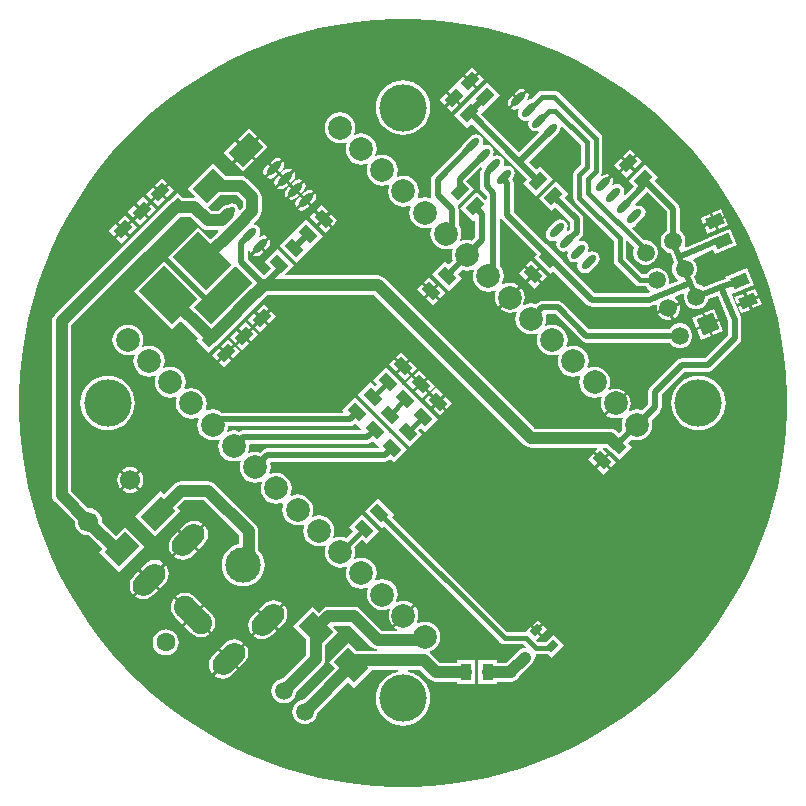
<source format=gtl>
%FSTAX23Y23*%
%MOIN*%
%SFA1B1*%

%IPPOS*%
%AMD16*
4,1,4,0.020900,0.004200,0.004200,0.020900,-0.020900,-0.004200,-0.004200,-0.020900,0.020900,0.004200,0.0*
%
%AMD17*
4,1,4,-0.032700,0.006200,0.006200,-0.032700,0.032700,-0.006200,-0.006200,0.032700,-0.032700,0.006200,0.0*
%
%AMD18*
4,1,4,0.058400,0.009800,0.009800,0.058400,-0.058400,-0.009800,-0.009800,-0.058400,0.058400,0.009800,0.0*
%
%AMD19*
4,1,4,0.009800,-0.058400,0.058400,-0.009800,-0.009800,0.058400,-0.058400,0.009800,0.009800,-0.058400,0.0*
%
%AMD21*
4,1,4,-0.018300,-0.027800,0.032600,-0.006800,0.018300,0.027800,-0.032600,0.006800,-0.018300,-0.027800,0.0*
%
%AMD22*
4,1,4,0.006200,0.032700,-0.032700,-0.006200,-0.006200,-0.032700,0.032700,0.006200,0.006200,0.032700,0.0*
%
%AMD23*
4,1,4,0.020900,0.004200,0.004200,0.020900,-0.020900,-0.004200,-0.004200,-0.020900,0.020900,0.004200,0.0*
1,1,0.023620,0.012500,0.012500*
1,1,0.023620,-0.012500,-0.012500*
%
%AMD24*
4,1,4,-0.097400,0.013900,0.013900,-0.097400,0.097400,-0.013900,-0.013900,0.097400,-0.097400,0.013900,0.0*
%
%AMD48*
4,1,4,0.052900,0.000000,0.000000,0.052900,-0.052900,0.000000,0.000000,-0.052900,0.052900,0.000000,0.0*
1,1,0.074800,-0.026400,0.026400*
1,1,0.074800,0.026400,-0.026400*
%
%AMD49*
4,1,4,0.005600,-0.044500,0.044500,-0.005600,-0.005600,0.044500,-0.044500,0.005600,0.005600,-0.044500,0.0*
1,1,0.070870,0.019400,0.019400*
1,1,0.070870,-0.019400,-0.019400*
%
%AMD53*
4,1,4,-0.016000,-0.038500,0.038500,-0.016000,0.016000,0.038500,-0.038500,0.016000,-0.016000,-0.038500,0.0*
%
G04~CAMADD=16~9~0.0~0.0~236.2~354.3~0.0~0.0~0~0.0~0.0~0.0~0.0~0~0.0~0.0~0.0~0.0~0~0.0~0.0~0.0~315.0~418.0~417.0*
%ADD16D16*%
G04~CAMADD=17~9~0.0~0.0~551.2~374.0~0.0~0.0~0~0.0~0.0~0.0~0.0~0~0.0~0.0~0.0~0.0~0~0.0~0.0~0.0~135.0~654.0~653.0*
%ADD17D17*%
G04~CAMADD=18~9~0.0~0.0~689.0~964.6~0.0~0.0~0~0.0~0.0~0.0~0.0~0~0.0~0.0~0.0~0.0~0~0.0~0.0~0.0~315.0~1168.0~1167.0*
%ADD18D18*%
G04~CAMADD=19~9~0.0~0.0~689.0~964.6~0.0~0.0~0~0.0~0.0~0.0~0.0~0~0.0~0.0~0.0~0.0~0~0.0~0.0~0.0~225.0~1168.0~1167.0*
%ADD19D19*%
%ADD20R,0.037400X0.055120*%
G04~CAMADD=21~9~0.0~0.0~551.2~374.0~0.0~0.0~0~0.0~0.0~0.0~0.0~0~0.0~0.0~0.0~0.0~0~0.0~0.0~0.0~202.5~652.0~555.0*
%ADD21D21*%
G04~CAMADD=22~9~0.0~0.0~551.2~374.0~0.0~0.0~0~0.0~0.0~0.0~0.0~0~0.0~0.0~0.0~0.0~0~0.0~0.0~0.0~45.0~654.0~653.0*
%ADD22D22*%
G04~CAMADD=23~3~0.0~0.0~236.2~590.6~0.0~0.0~0~0.0~0.0~0.0~0.0~0~0.0~0.0~0.0~0.0~0~0.0~0.0~0.0~315.0~486.0~486.0*
%ADD23D23*%
G04~CAMADD=24~9~0.0~0.0~1574.8~1181.1~0.0~0.0~0~0.0~0.0~0.0~0.0~0~0.0~0.0~0.0~0.0~0~0.0~0.0~0.0~135.0~1948.0~1947.0*
%ADD24D24*%
%ADD43C,0.039370*%
%ADD44C,0.015750*%
%ADD45C,0.019680*%
%ADD46C,0.078740*%
%ADD47C,0.118110*%
G04~CAMADD=48~3~0.0~0.0~1496.1~748.0~0.0~0.0~0~0.0~0.0~0.0~0.0~0~0.0~0.0~0.0~0.0~0~0.0~0.0~0.0~315.0~1276.0~1276.0*
%ADD48D48*%
G04~CAMADD=49~3~0.0~0.0~1259.8~708.7~0.0~0.0~0~0.0~0.0~0.0~0.0~0~0.0~0.0~0.0~0.0~0~0.0~0.0~0.0~225.0~1098.0~1098.0*
%ADD49D49*%
%ADD50C,0.062990*%
%ADD51C,0.066930*%
%ADD52C,0.059060*%
G04~CAMADD=53~10~0.0~590.6~0.0~0.0~0.0~0.0~0~0.0~0.0~0.0~0.0~0~0.0~0.0~0.0~0.0~0~0.0~0.0~0.0~202.5~590.6~0.0*
%ADD53D53*%
%ADD54C,0.157480*%
%LNesp_board-1*%
%LPD*%
G36*
X04154Y04291D02*
X04216Y04285D01*
X04278Y04276*
X0434Y04263*
X04401Y04248*
X04461Y0423*
X0452Y04209*
X04578Y04185*
X04635Y04158*
X0469Y04128*
X04744Y04096*
X04796Y04061*
X04847Y04024*
X04896Y03984*
X04942Y03941*
X04986Y03897*
X05029Y03851*
X05069Y03802*
X05106Y03751*
X05141Y03699*
X05173Y03645*
X05203Y0359*
X0523Y03533*
X05254Y03475*
X05275Y03416*
X05293Y03356*
X05308Y03295*
X05321Y03233*
X0533Y03171*
X05336Y03109*
X05339Y03046*
Y03015*
Y02983*
X05336Y0292*
X0533Y02858*
X05321Y02796*
X05308Y02734*
X05293Y02673*
X05275Y02613*
X05254Y02554*
X0523Y02496*
X05203Y02439*
X05173Y02384*
X05141Y0233*
X05106Y02278*
X05069Y02227*
X05029Y02178*
X04986Y02132*
X04942Y02088*
X04896Y02045*
X04847Y02005*
X04796Y01968*
X04744Y01933*
X0469Y01901*
X04635Y01871*
X04578Y01844*
X0452Y0182*
X04461Y01799*
X04401Y01781*
X0434Y01766*
X04278Y01753*
X04216Y01744*
X04154Y01738*
X04091Y01735*
X04028*
X03965Y01738*
X03903Y01744*
X03841Y01753*
X03779Y01766*
X03718Y01781*
X03658Y01799*
X03599Y0182*
X03541Y01844*
X03484Y01871*
X03429Y01901*
X03375Y01933*
X03323Y01968*
X03272Y02005*
X03223Y02045*
X03177Y02088*
X03133Y02132*
X0309Y02178*
X0305Y02227*
X03013Y02278*
X02978Y0233*
X02946Y02384*
X02916Y02439*
X02889Y02496*
X02865Y02554*
X02844Y02613*
X02826Y02673*
X02811Y02734*
X02798Y02796*
X02789Y02858*
X02783Y0292*
X0278Y02983*
Y03015*
Y03046*
X02783Y03109*
X02789Y03171*
X02798Y03233*
X02811Y03295*
X02826Y03356*
X02844Y03416*
X02865Y03475*
X02889Y03533*
X02916Y0359*
X02946Y03645*
X02978Y03699*
X03013Y03751*
X0305Y03802*
X0309Y03851*
X03133Y03897*
X03177Y03941*
X03223Y03984*
X03272Y04024*
X03323Y04061*
X03375Y04096*
X03429Y04128*
X03484Y04158*
X03541Y04185*
X03599Y04209*
X03658Y0423*
X03718Y04248*
X03779Y04263*
X03841Y04276*
X03903Y04285*
X03965Y04291*
X04028Y04294*
X04091*
X04154Y04291*
G37*
%LNesp_board-2*%
%LPC*%
G36*
X04289Y04134D02*
X04266Y04111D01*
X04283Y04094*
X04306Y04117*
X04289Y04134*
G37*
G36*
X04313Y0411D02*
X0429Y04087D01*
X04307Y0407*
X0433Y04094*
X04313Y0411*
G37*
G36*
X04456Y04062D02*
X04447Y0406D01*
X0444Y04055*
X04431Y04046*
X04443Y04034*
X04467Y04058*
X04464Y0406*
X04456Y04062*
G37*
G36*
X04259Y04104D02*
X04237Y04082D01*
X04236Y04081*
X04233Y04077*
X04211Y04055*
X04231Y04035*
X04252Y04014*
X04274Y04037*
X04275Y04038*
X04277Y04041*
X043Y04063*
X04279Y04084*
X04259Y04104*
G37*
G36*
X04204Y04048D02*
X04181Y04025D01*
X04198Y04008*
X04221Y04031*
X04204Y04048*
G37*
G36*
X04424Y04039D02*
X04415Y0403D01*
X0441Y04023*
X04408Y04015*
X0441Y04006*
X04412Y04003*
X04436Y04027*
X04424Y04039*
G37*
G36*
X04228Y04024D02*
X04205Y04001D01*
X04221Y03984*
X04245Y04007*
X04228Y04024*
G37*
G36*
X0406Y0409D02*
X04042Y04088D01*
X04025Y04083*
X04009Y04074*
X03995Y04063*
X03984Y04049*
X03975Y04034*
X0397Y04017*
X03969Y03999*
X0397Y03981*
X03975Y03964*
X03984Y03948*
X03995Y03934*
X04009Y03923*
X04025Y03915*
X04042Y0391*
X0406Y03908*
X04077Y0391*
X04094Y03915*
X0411Y03923*
X04124Y03934*
X04135Y03948*
X04144Y03964*
X04149Y03981*
X0415Y03999*
X04149Y04017*
X04144Y04034*
X04135Y04049*
X04124Y04063*
X0411Y04074*
X04094Y04083*
X04077Y04088*
X0406Y0409*
G37*
G36*
X03545Y03931D02*
X03508Y03894D01*
X03535Y03866*
X03573Y03903*
X03545Y03931*
G37*
G36*
X0358Y03896D02*
X03543Y03859D01*
X0357Y03831*
X03608Y03869*
X0358Y03896*
G37*
G36*
X03501Y03887D02*
X03463Y03849D01*
X03491Y03821*
X03528Y03859*
X03501Y03887*
G37*
G36*
X04815Y0386D02*
X04792Y03837D01*
X04809Y0382*
X04832Y03843*
X04815Y0386*
G37*
G36*
X03642Y03832D02*
X03633Y0383D01*
X03626Y03825*
X03617Y03816*
X03629Y03804*
X03653Y03828*
X0365Y0383*
X03642Y03832*
G37*
G36*
X04839Y03836D02*
X04816Y03813D01*
X04833Y03796*
X04856Y0382*
X04839Y03836*
G37*
G36*
X04785Y0383D02*
X04762Y03807D01*
X04779Y0379*
X04802Y03813*
X04785Y0383*
G37*
G36*
X03535Y03852D02*
X03498Y03814D01*
X03526Y03786*
X03563Y03824*
X03535Y03852*
G37*
G36*
X0366Y03821D02*
X03636Y03797D01*
X03649Y03785*
X03658Y03794*
X03662Y03801*
X03664Y0381*
X03662Y03818*
X0366Y03821*
G37*
G36*
X0361Y03809D02*
X03601Y038D01*
X03596Y03793*
X03594Y03784*
X03596Y03776*
X03598Y03773*
X03622Y03797*
X0361Y03809*
G37*
G36*
X03677Y03796D02*
X03669Y03795D01*
X03661Y0379*
X03652Y03781*
X03665Y03769*
X03689Y03793*
X03686Y03795*
X03677Y03796*
G37*
G36*
X04809Y03806D02*
X04786Y03783D01*
X04802Y03766*
X04826Y03789*
X04809Y03806*
G37*
G36*
X03629Y0379D02*
X03605Y03766D01*
X03608Y03764*
X03617Y03762*
X03625Y03764*
X03632Y03769*
X03641Y03778*
X03629Y0379*
G37*
G36*
X03696Y03786D02*
X03672Y03762D01*
X03684Y03749*
X03693Y03758*
X03698Y03766*
X03699Y03774*
X03698Y03783*
X03696Y03786*
G37*
G36*
X03645Y03774D02*
X03636Y03765D01*
X03632Y03758*
X0363Y03749*
X03632Y03741*
X03634Y03738*
X03658Y03762*
X03645Y03774*
G37*
G36*
X03713Y03761D02*
X03704Y03759D01*
X03697Y03755*
X03688Y03746*
X037Y03733*
X03724Y03757*
X03721Y03759*
X03713Y03761*
G37*
G36*
X03665Y03755D02*
X03641Y03731D01*
X03644Y03729*
X03652Y03727*
X03661Y03729*
X03668Y03733*
X03677Y03742*
X03665Y03755*
G37*
G36*
X03257Y03765D02*
X03234Y03742D01*
X0325Y03726*
X03273Y03749*
X03257Y03765*
G37*
G36*
X03731Y0375D02*
X03707Y03726D01*
X03719Y03714*
X03728Y03723*
X03733Y0373*
X03735Y03739*
X03733Y03747*
X03731Y0375*
G37*
G36*
X03681Y03738D02*
X03672Y03729D01*
X03667Y03722*
X03665Y03714*
X03667Y03705*
X03669Y03702*
X03693Y03726*
X03681Y03738*
G37*
G36*
X03281Y03742D02*
X03257Y03718D01*
X03274Y03702*
X03297Y03725*
X03281Y03742*
G37*
G36*
X03748Y03726D02*
X03739Y03724D01*
X03732Y03719*
X03723Y0371*
X03735Y03698*
X03759Y03722*
X03756Y03724*
X03748Y03726*
G37*
G36*
X03227Y03735D02*
X03204Y03712D01*
X0322Y03695*
X03243Y03718*
X03227Y03735*
G37*
G36*
X037Y03719D02*
X03676Y03695D01*
X03679Y03693*
X03687Y03691*
X03696Y03693*
X03703Y03698*
X03712Y03707*
X037Y03719*
G37*
G36*
X03766Y03715D02*
X03742Y03691D01*
X03755Y03679*
X03764Y03688*
X03768Y03695*
X0377Y03703*
X03768Y03712*
X03766Y03715*
G37*
G36*
X0325Y03711D02*
X03227Y03688D01*
X03244Y03672*
X03267Y03695*
X0325Y03711*
G37*
G36*
X03716Y03703D02*
X03707Y03694D01*
X03702Y03687*
X03701Y03678*
X03702Y0367*
X03704Y03667*
X03728Y03691*
X03716Y03703*
G37*
G36*
X03194Y03703D02*
X03171Y0368D01*
X03188Y03663*
X03211Y03686*
X03194Y03703*
G37*
G36*
X03735Y03684D02*
X03711Y0366D01*
X03714Y03658*
X03723Y03656*
X03731Y03658*
X03739Y03663*
X03748Y03672*
X03735Y03684*
G37*
G36*
X03218Y03679D02*
X03195Y03656D01*
X03212Y03639*
X03235Y03662*
X03218Y03679*
G37*
G36*
X03788Y03676D02*
X03771Y03659D01*
X03795Y03636*
X03811Y03653*
X03788Y03676*
G37*
G36*
X03164Y03673D02*
X03141Y0365D01*
X03158Y03633*
X03181Y03656*
X03164Y03673*
G37*
G36*
X05121Y03661D02*
X05091Y03649D01*
X051Y03627*
X0513Y03639*
X05121Y03661*
G37*
G36*
X03764Y03652D02*
X03748Y03635D01*
X03771Y03612*
X03787Y03629*
X03764Y03652*
G37*
G36*
X05082Y03645D02*
X05052Y03632D01*
X05061Y0361*
X05091Y03623*
X05082Y03645*
G37*
G36*
X03188Y03649D02*
X03165Y03626D01*
X03182Y03609*
X03205Y03632*
X03188Y03649*
G37*
G36*
X03818Y03646D02*
X03802Y03629D01*
X03825Y03606*
X03841Y03623*
X03818Y03646*
G37*
G36*
X03132Y0364D02*
X03108Y03617D01*
X03125Y036*
X03148Y03623*
X03132Y0364*
G37*
G36*
X05134Y0363D02*
X05104Y03617D01*
X05113Y03596*
X05143Y03608*
X05134Y0363*
G37*
G36*
X04568Y03753D02*
X04512Y03697D01*
X04555Y03654*
X04567Y03667*
X04615Y03618*
Y03594*
X04611Y03589*
X04611Y03589*
X0461Y03589*
X04606Y03592*
X04607Y03593*
X04609Y03603*
X04607Y03612*
X04601Y0362*
X04594Y03625*
X04584Y03627*
X04575Y03625*
X04567Y0362*
X04542Y03594*
X04537Y03587*
X04535Y03577*
X04537Y03568*
X04542Y0356*
X0455Y03555*
X04559Y03553*
X04569Y03555*
X04569Y03556*
X04573Y03552*
X04572Y03551*
X04571Y03542*
X04572Y03533*
X04578Y03525*
X04586Y0352*
X04595Y03518*
X04604Y0352*
X04605Y0352*
X04608Y03517*
X04608Y03516*
X04606Y03507*
X04608Y03498*
X04613Y0349*
X04621Y03484*
X0463Y03483*
X04639Y03484*
X0464Y03485*
X04644Y03481*
X04643Y03481*
X04641Y03471*
X04643Y03462*
X04648Y03454*
X04656Y03449*
X04665Y03447*
X04675Y03449*
X04682Y03454*
X04708Y03479*
X04713Y03487*
X04715Y03496*
X04713Y03506*
X04708Y03513*
X047Y03519*
X04691Y03521*
X04681Y03519*
X0468Y03518*
X04677Y03522*
X04677Y03523*
X04679Y03532*
X04677Y03541*
X04672Y03549*
X04664Y03554*
X04655Y03556*
X04649Y03555*
X04645Y03559*
X04645Y03561*
X04653Y03569*
X04658Y03576*
X0466Y03585*
Y03628*
X04658Y03636*
X04653Y03643*
X04598Y03698*
X04611Y0371*
X04568Y03753*
G37*
G36*
X03737Y03627D02*
X03694Y03584D01*
X03691Y0358*
X03648Y03537*
X03703Y03481*
X03746Y03525*
X03749Y03528*
X03792Y03571*
X03737Y03627*
G37*
G36*
X03795Y03622D02*
X03778Y03605D01*
X03801Y03582*
X03818Y03599*
X03795Y03622*
G37*
G36*
X05095Y03614D02*
X05065Y03601D01*
X05074Y03579*
X05104Y03592*
X05095Y03614*
G37*
G36*
X03155Y03616D02*
X03132Y03593D01*
X03149Y03577*
X03172Y036*
X03155Y03616*
G37*
G36*
X03101Y0361D02*
X03078Y03587D01*
X03095Y0357*
X03118Y03593*
X03101Y0361*
G37*
G36*
X03125Y03586D02*
X03102Y03563D01*
X03119Y03546*
X03142Y03569*
X03125Y03586*
G37*
G36*
X03613Y03562D02*
X03589Y03538D01*
X03601Y03526*
X0361Y03535*
X03615Y03542*
X03617Y0355*
X03615Y03559*
X03613Y03562*
G37*
G36*
X03582Y03531D02*
X03558Y03507D01*
X03561Y03505*
X0357Y03503*
X03578Y03505*
X03585Y0351*
X03594Y03519*
X03582Y03531*
G37*
G36*
X04486Y0349D02*
X0447Y03473D01*
X04493Y0345*
X0451Y03467*
X04486Y0349*
G37*
G36*
X04463Y03466D02*
X04446Y03449D01*
X04469Y03426*
X04486Y03443*
X04463Y03466*
G37*
G36*
X04517Y0346D02*
X045Y03443D01*
X04523Y0342*
X0454Y03436*
X04517Y0346*
G37*
G36*
X04493Y03436D02*
X04476Y03419D01*
X04499Y03396*
X04516Y03413*
X04493Y03436*
G37*
G36*
X04147Y03434D02*
X04131Y03417D01*
X04154Y03394*
X04171Y03411*
X04147Y03434*
G37*
G36*
X04341Y04085D02*
X04285Y04029D01*
X04285Y04029*
X0423Y03973*
X04273Y0393*
X04288Y03946*
X04431Y03803*
X04473Y03761*
X0446Y03749*
X04503Y03706*
X04559Y03762*
X04516Y03805*
X04504Y03792*
X04478Y03818*
X04545Y03886*
X04546Y03886*
X04554Y03891*
X04579Y03917*
X04584Y03924*
X04586Y03934*
X04586Y03934*
X0459Y03937*
X04652Y03874*
Y0381*
X04632Y0379*
X04628Y03783*
X04626Y03776*
Y03699*
X04628Y03691*
X04632Y03684*
X04762Y03554*
Y0349*
X04764Y03482*
X04768Y03475*
X04835Y03409*
X04841Y03405*
X04849Y03403*
X0487*
X04873Y03398*
X0488Y0339*
X04883Y03388*
X04883Y03383*
X04874Y0338*
X04699*
X04592Y03487*
X04594Y03488*
X04538Y03544*
X04537Y03542*
X04429Y03651*
Y03748*
X04427Y03756*
X04423Y03761*
X04426Y03763*
X04431Y03771*
X04433Y0378*
X04431Y0379*
X04426Y03797*
X04418Y03803*
X04409Y03805*
X04399Y03803*
X04398Y03802*
X04395Y03806*
X04395Y03807*
X04397Y03816*
X04395Y03825*
X0439Y03833*
X04382Y03838*
X04373Y0384*
X04364Y03838*
X04363Y03837*
X04359Y03841*
X0436Y03842*
X04362Y03851*
X0436Y0386*
X04355Y03868*
X04347Y03873*
X04338Y03875*
X04329Y03873*
X04328Y03873*
X04324Y03876*
X04325Y03877*
X04327Y03887*
X04325Y03896*
X04319Y03904*
X04312Y03909*
X04302Y03911*
X04293Y03909*
X04285Y03904*
X0426Y03878*
X04255Y03871*
X04255Y0387*
X04159Y03774*
X04154Y03767*
X04153Y03759*
Y03708*
X04154Y03701*
X04152Y03698*
X0415Y03697*
X04146Y03699*
X04132Y03701*
X04119Y03699*
X04113Y03696*
X04109Y037*
X04111Y03706*
X04113Y0372*
X04111Y03733*
X04106Y03745*
X04098Y03756*
X04087Y03764*
X04075Y0377*
X04061Y03771*
X04048Y0377*
X04042Y03767*
X04038Y03771*
X04041Y03777*
X04042Y0379*
X04041Y03804*
X04035Y03816*
X04027Y03827*
X04017Y03835*
X04004Y0384*
X03991Y03842*
X03977Y0384*
X03971Y03838*
X03967Y03841*
X0397Y03848*
X03972Y03861*
X0397Y03874*
X03965Y03887*
X03957Y03898*
X03946Y03906*
X03933Y03911*
X0392Y03913*
X03907Y03911*
X039Y03908*
X03897Y03912*
X03899Y03918*
X03901Y03932*
X03899Y03945*
X03894Y03958*
X03886Y03968*
X03875Y03977*
X03863Y03982*
X03849Y03983*
X03836Y03982*
X03824Y03977*
X03813Y03968*
X03805Y03958*
X03799Y03945*
X03798Y03932*
X03799Y03918*
X03805Y03906*
X03813Y03895*
X03824Y03887*
X03836Y03882*
X03849Y0388*
X03863Y03882*
X03869Y03885*
X03873Y03881*
X0387Y03874*
X03868Y03861*
X0387Y03848*
X03875Y03835*
X03884Y03825*
X03894Y03816*
X03907Y03811*
X0392Y03809*
X03933Y03811*
X0394Y03814*
X03943Y0381*
X03941Y03804*
X03939Y0379*
X03941Y03777*
X03946Y03765*
X03954Y03754*
X03965Y03746*
X03977Y03741*
X03991Y03739*
X04004Y03741*
X0401Y03743*
X04014Y03739*
X04012Y03733*
X0401Y0372*
X04012Y03706*
X04017Y03694*
X04025Y03683*
X04036Y03675*
X04048Y0367*
X04061Y03668*
X04075Y0367*
X04081Y03672*
X04085Y03669*
X04082Y03662*
X04081Y03649*
X04082Y03636*
X04087Y03623*
X04096Y03612*
X04106Y03604*
X04119Y03599*
X04132Y03597*
X04146Y03599*
X04152Y03602*
X04156Y03598*
X04153Y03592*
X04151Y03578*
X04153Y03565*
X04158Y03552*
X04166Y03542*
X04177Y03534*
X0419Y03528*
X04203Y03527*
X04216Y03528*
X04222Y03531*
X04226Y03527*
X04224Y03521*
X04222Y03508*
X04224Y03494*
X04225Y0349*
X04211Y03476*
X04199Y03488*
X04156Y03445*
X04212Y03389*
X04255Y03432*
X04242Y03445*
X04256Y03459*
X0426Y03458*
X04274Y03456*
X04287Y03458*
X04293Y0346*
X04297Y03456*
X04294Y0345*
X04293Y03437*
X04294Y03423*
X043Y03411*
X04308Y034*
X04318Y03392*
X04331Y03387*
X04344Y03385*
X04358Y03387*
X04366Y03391*
X0437Y03387*
X04367Y03379*
X04365Y03366*
X04367Y03353*
X04372Y03341*
X04377Y03335*
X04411Y0337*
X04446Y03404*
X0444Y03409*
X04428Y03414*
X04415Y03416*
X04402Y03414*
X04394Y03411*
X04391Y03415*
X04394Y03423*
X04396Y03437*
X04394Y0345*
X04389Y03463*
X04383Y03471*
Y03629*
X04388Y03631*
X04391Y03626*
X04506Y03511*
X04495Y03501*
X04551Y03445*
X04561Y03456*
X04674Y03342*
X04682Y03337*
X0469Y03336*
X04879*
X04883Y03337*
X04887Y03337*
X04902Y03343*
X04906Y0334*
X04905Y03336*
Y03326*
X04906Y0332*
X04942Y03335*
X04978Y0335*
X04976Y03355*
X04968Y03362*
X04965Y03364*
X04965Y03369*
X04992Y0338*
X04996Y03377*
X04995Y03375*
Y03364*
X04998Y03353*
X05003Y03344*
X05011Y03336*
X05021Y03331*
X05031Y03328*
X05042*
X05052Y03331*
X05062Y03336*
X0507Y03344*
X05075Y03353*
X05077Y0336*
X05109Y03372*
X05142Y03287*
Y03239*
X05067Y03164*
X04989*
X0498Y03162*
X04973Y03157*
X04884Y03068*
X04879Y03061*
X04877Y03052*
Y03011*
X04856Y0299*
X04853Y02992*
X04839Y02993*
X04826Y02992*
X04817Y02988*
X04813Y02992*
X04817Y03*
X04818Y03013*
X04817Y03025*
X04812Y03037*
X04807Y03044*
X04772Y03009*
X04737Y02974*
X04744Y02969*
X04756Y02964*
X04769Y02963*
X04781Y02964*
X04789Y02968*
X04793Y02964*
X04789Y02955*
X04788Y02942*
X04789Y02928*
X04791Y02925*
X0478Y02914*
X04774Y0292*
X04767Y02925*
X0476Y02928*
X04751Y02929*
X04499*
X03998Y0343*
X03991Y03435*
X03983Y03439*
X03975Y0344*
X03668*
X03666Y03444*
X03695Y03473*
X03639Y03529*
X03596Y03486*
X03619Y03463*
X03596Y0344*
X03595*
X03595Y0344*
X03543Y03492*
Y03521*
X03543Y03522*
X03545Y03522*
X03548Y0352*
X03549Y03517*
X03551Y03514*
X03579Y03541*
X03606Y03569*
X03603Y03571*
X03595Y03573*
X03586Y03571*
X03582Y03568*
X03578Y03572*
X03582Y03576*
X03583Y03586*
X03582Y03595*
X03576Y03603*
X03569Y03608*
X03564Y03609*
X03562Y03614*
X03579Y03631*
X03584Y03638*
X03587Y03645*
X03588Y03654*
Y037*
X03587Y03708*
X03584Y03716*
X03579Y03723*
X0354Y03762*
X03534Y03767*
X03526Y0377*
X03518Y03771*
X03469*
X03426Y03814*
X03341Y03729*
X03366Y03703*
X03364Y03699*
X03364Y03699*
X03326*
X03308Y03716*
X03286Y03695*
X03286Y03694*
X03279Y03689*
X03217Y03627*
X03154Y03564*
X02899Y03309*
X02894Y03302*
X02891Y03295*
X0289Y03287*
Y02708*
X02891Y027*
X02894Y02692*
X02899Y02686*
X02965Y0262*
X02965Y02619*
X02967Y02607*
X02971Y02596*
X02979Y02587*
X02988Y02579*
X02999Y02575*
X03011Y02573*
X03012Y02573*
X03058Y02527*
X03047Y02517*
X03113Y02451*
X03198Y02536*
X03132Y02602*
X03103Y02572*
X03056Y02618*
X03057Y02619*
X03055Y02631*
X0305Y02642*
X03043Y02651*
X03034Y02658*
X03023Y02663*
X03011Y02665*
X0301Y02664*
X02953Y02721*
Y03273*
X03199Y03519*
X03262Y03582*
X03315Y03635*
X03351*
X03386Y036*
X03393Y03595*
X034Y03592*
X03409Y03591*
X03442*
X03444Y03586*
X03417Y03559*
X03376Y03601*
X03276Y03501*
X03404Y03373*
X03499Y03468*
X03504Y03468*
X03505Y03467*
X03557Y03415*
X03514Y03372*
X03455Y03313*
X03419Y03277*
X03364Y03333*
X03391Y0336*
X03263Y03488*
X03163Y03388*
X03291Y0326*
X03319Y03288*
X03375Y03231*
X03369Y03225*
X03412Y03182*
X03434Y03204*
X03435Y03204*
X03441Y03209*
X035Y03268*
X03559Y03327*
X03608Y03376*
X03962*
X04463Y02875*
X0447Y0287*
X04478Y02867*
X04486Y02865*
X04706*
X04708Y02861*
X047Y02853*
X04723Y0283*
X0474Y02847*
X04725Y02861*
X04727Y02865*
X04738*
X04752Y02852*
X04759Y02847*
X04759Y02847*
X04781Y02825*
X04824Y02868*
X0481Y02882*
X04822Y02894*
X04826Y02892*
X04839Y0289*
X04853Y02892*
X04865Y02897*
X04876Y02905*
X04884Y02916*
X04889Y02928*
X04891Y02942*
X04889Y02955*
X04888Y02959*
X04915Y02986*
X0492Y02994*
X04922Y03002*
Y03043*
X04998Y03119*
X05077*
X05085Y03121*
X05092Y03126*
X0518Y03214*
X05185Y03221*
X05187Y0323*
Y03292*
X05186Y03296*
X05185Y033*
X05155Y03374*
X05157Y03379*
X0523Y03409*
X05206Y03465*
X05134Y03435*
X05135Y03432*
X05133Y03428*
X05113Y03421*
X05062Y03402*
X05062Y03402*
X05052Y03408*
X05042Y0341*
X05041*
X05036Y03422*
X05031Y03435*
X05031Y03436*
X05037Y03446*
X0504Y03456*
Y03467*
X05037Y03477*
X05031Y03487*
X05027Y03491*
X05028Y03496*
X05091Y03523*
X05096Y03521*
X05101Y0351*
X05173Y0354*
X0515Y03596*
X05077Y03566*
X05078Y03565*
X05001Y03532*
X04998Y03536*
X04998Y03538*
X05001Y03548*
Y03559*
X04998Y0357*
X04993Y03579*
X04985Y03587*
X04982Y03589*
Y03662*
X0498Y03671*
X04976Y03678*
X04897Y03756*
X0491Y03768*
X04867Y03811*
X04811Y03755*
X04829Y03737*
X04799Y03707*
X04799Y03707*
X04798Y03707*
X04795Y0371*
X04795Y03711*
X04797Y0372*
X04795Y03729*
X0479Y03737*
X04782Y03743*
X04773Y03744*
X04764Y03743*
X04759Y03739*
X04755Y03743*
X04758Y03747*
X0476Y03756*
X04758Y03764*
X04756Y03767*
X04729Y0374*
X04721Y03747*
X04749Y03774*
X04746Y03776*
X04738Y03778*
X04729Y03776*
X04723Y03772*
X04719Y03776*
X04722Y0378*
X04724Y03788*
Y03896*
X04722Y03903*
X04718Y0391*
X04578Y0405*
X04571Y04054*
X04564Y04056*
X04522*
X04514Y04054*
X04508Y0405*
X04486Y04027*
X04482Y04027*
X04477Y04023*
X04473Y04027*
X04476Y04031*
X04478Y0404*
X04476Y04048*
X04474Y04051*
X04447Y04024*
X04419Y03996*
X04422Y03994*
X04431Y03992*
X04439Y03994*
X04443Y03997*
X04447Y03993*
X04444Y03988*
X04442Y03979*
X04444Y0397*
X04449Y03962*
X04457Y03957*
X04466Y03955*
X04475Y03957*
X04476Y03958*
X0448Y03954*
X04479Y03953*
X04477Y03944*
X04479Y03935*
X04484Y03927*
X04492Y03922*
X04501Y0392*
X04507Y03921*
X04512Y03917*
X04512Y03915*
X04447Y0385*
X04319Y03977*
X04329Y03986*
X04328Y03987*
X04384Y04042*
X04341Y04085*
G37*
G36*
X04124Y0341D02*
X04107Y03393D01*
X0413Y0337*
X04147Y03387*
X04124Y0341*
G37*
G36*
X04178Y03404D02*
X04161Y03387D01*
X04184Y03364*
X04201Y0338*
X04178Y03404*
G37*
G36*
X05233Y03396D02*
X05203Y03383D01*
X05212Y03361*
X05242Y03374*
X05233Y03396*
G37*
G36*
X05194Y03379D02*
X05164Y03367D01*
X05173Y03345*
X05203Y03358*
X05194Y03379*
G37*
G36*
X04154Y0338D02*
X04137Y03363D01*
X0416Y0334*
X04177Y03357*
X04154Y0338*
G37*
G36*
X05246Y03365D02*
X05216Y03352D01*
X05225Y0333*
X05255Y03343*
X05246Y03365*
G37*
G36*
X05207Y03348D02*
X05177Y03336D01*
X05186Y03314*
X05216Y03326*
X05207Y03348*
G37*
G36*
X03595Y03345D02*
X03572Y03322D01*
X03588Y03305*
X03611Y03328*
X03595Y03345*
G37*
G36*
X04982Y03341D02*
X04951Y03328D01*
X04964Y03297*
X04968Y03299*
X04976Y03307*
X04981Y03316*
X04984Y03326*
Y03336*
X04982Y03341*
G37*
G36*
X04941Y03324D02*
X0491Y03311D01*
X04912Y03307*
X0492Y03299*
X04929Y03294*
X04939Y03291*
X04949*
X04954Y03293*
X04941Y03324*
G37*
G36*
X05096Y03328D02*
X05064Y03315D01*
X05077Y03283*
X05109Y03296*
X05096Y03328*
G37*
G36*
X03618Y03321D02*
X03595Y03298D01*
X03612Y03281*
X03635Y03304*
X03618Y03321*
G37*
G36*
X03564Y03315D02*
X03541Y03292D01*
X03558Y03275*
X03581Y03298*
X03564Y03315*
G37*
G36*
X05055Y03311D02*
X05023Y03298D01*
X05036Y03266*
X05068Y03279*
X05055Y03311*
G37*
G36*
X03588Y03291D02*
X03565Y03268D01*
X03582Y03251*
X03605Y03274*
X03588Y03291*
G37*
G36*
X03536Y03286D02*
X03512Y03263D01*
X03529Y03246*
X03552Y03269*
X03536Y03286*
G37*
G36*
X05113Y03287D02*
X05081Y03274D01*
X05094Y03242*
X05126Y03255*
X05113Y03287*
G37*
G36*
X05072Y0327D02*
X0504Y03257D01*
X05053Y03225*
X05085Y03238*
X05072Y0327*
G37*
G36*
X03559Y03262D02*
X03536Y03239D01*
X03553Y03222*
X03576Y03245*
X03559Y03262*
G37*
G36*
X03505Y03256D02*
X03482Y03233D01*
X03499Y03216*
X03522Y03239*
X03505Y03256*
G37*
G36*
X04453Y03397D02*
X04419Y03363D01*
X04384Y03328*
X0439Y03323*
X04402Y03318*
X04415Y03316*
X04428Y03318*
X04436Y03321*
X04439Y03317*
X04436Y03309*
X04434Y03295*
X04436Y03282*
X04441Y0327*
X04449Y03259*
X0446Y03251*
X04472Y03246*
X04486Y03244*
X04499Y03246*
X04505Y03248*
X04509Y03244*
X04507Y03238*
X04505Y03225*
X04507Y03211*
X04512Y03199*
X0452Y03188*
X04531Y0318*
X04543Y03175*
X04556Y03173*
X0457Y03175*
X04576Y03177*
X0458Y03174*
X04577Y03167*
X04576Y03154*
X04577Y03141*
X04582Y03128*
X04591Y03117*
X04601Y03109*
X04614Y03104*
X04627Y03102*
X04641Y03104*
X04647Y03107*
X04651Y03103*
X04648Y03097*
X04646Y03083*
X04648Y0307*
X04653Y03057*
X04661Y03047*
X04672Y03039*
X04684Y03033*
X04698Y03032*
X04711Y03033*
X0472Y03037*
X04724Y03033*
X0472Y03025*
X04719Y03013*
X0472Y03*
X04725Y02988*
X0473Y02981*
X04765Y03016*
X048Y03051*
X04793Y03056*
X04781Y03061*
X04769Y03062*
X04756Y03061*
X04748Y03057*
X04744Y03061*
X04748Y0307*
X04749Y03083*
X04748Y03097*
X04743Y03109*
X04734Y0312*
X04724Y03128*
X04711Y03133*
X04698Y03135*
X04684Y03133*
X04678Y03131*
X04674Y03134*
X04677Y03141*
X04679Y03154*
X04677Y03167*
X04672Y0318*
X04664Y0319*
X04653Y03199*
X04641Y03204*
X04627Y03206*
X04614Y03204*
X04608Y03201*
X04604Y03205*
X04606Y03211*
X04608Y03225*
X04606Y03238*
X04601Y0325*
X04593Y03261*
X04582Y03269*
X0457Y03275*
X04556Y03276*
X04543Y03275*
X04537Y03272*
X04533Y03276*
X04536Y03282*
X04537Y03295*
X04536Y03306*
X04539Y03311*
X04566*
X04655Y03223*
X04662Y03218*
X0467Y03216*
X04947*
X04949Y03213*
X04957Y03205*
X04966Y032*
X04977Y03197*
X04988*
X04998Y032*
X05008Y03205*
X05015Y03213*
X05021Y03222*
X05024Y03233*
Y03244*
X05021Y03254*
X05015Y03264*
X05008Y03272*
X04998Y03277*
X04988Y0328*
X04977*
X04966Y03277*
X04957Y03272*
X04949Y03264*
X04947Y03261*
X04679*
X04591Y03349*
X04584Y03354*
X04575Y03356*
X04524*
X04515Y03354*
X04508Y03349*
X04503Y03344*
X04499Y03345*
X04486Y03347*
X04472Y03345*
X04464Y03342*
X0446Y03346*
X04463Y03353*
X04465Y03366*
X04463Y03379*
X04458Y03391*
X04453Y03397*
G37*
G36*
X03529Y03232D02*
X03506Y03209D01*
X03523Y03192*
X03546Y03215*
X03529Y03232*
G37*
G36*
X03476Y03227D02*
X03453Y03204D01*
X0347Y03187*
X03493Y0321*
X03476Y03227*
G37*
G36*
X035Y03203D02*
X03477Y0318D01*
X03494Y03163*
X03517Y03186*
X035Y03203*
G37*
G36*
X03446Y03197D02*
X03423Y03174D01*
X0344Y03157*
X03463Y0318*
X03446Y03197*
G37*
G36*
X04053Y03184D02*
X04036Y03167D01*
X04059Y03144*
X04076Y03161*
X04053Y03184*
G37*
G36*
X0347Y03173D02*
X03447Y0315D01*
X03464Y03133*
X03487Y03156*
X0347Y03173*
G37*
G36*
X04029Y0316D02*
X04013Y03143D01*
X04036Y0312*
X04052Y03137*
X04029Y0316*
G37*
G36*
X04083Y03154D02*
X04067Y03137D01*
X0409Y03114*
X04106Y03131*
X04083Y03154*
G37*
G36*
X04059Y0313D02*
X04043Y03113D01*
X04066Y0309*
X04083Y03107*
X04059Y0313*
G37*
G36*
X04112Y03125D02*
X04095Y03108D01*
X04118Y03085*
X04135Y03102*
X04112Y03125*
G37*
G36*
X04002Y03135D02*
X03959Y03092D01*
X03972Y03078*
X03965Y03071*
X03951Y03084*
X03908Y03041*
X03963Y02986*
X03964Y02986*
X03967Y02983*
X03967Y02982*
X04022Y02927*
X04023Y02927*
X04026Y02924*
X04026Y02923*
X04081Y02868*
X04124Y02911*
X04111Y02925*
X04118Y02932*
X04132Y02919*
X04175Y02962*
X0412Y03017*
X04119Y03017*
X04116Y0302*
X04116Y03021*
X04061Y03076*
X0406Y03076*
X04057Y03079*
X04057Y0308*
X04002Y03135*
G37*
G36*
X04088Y03101D02*
X04071Y03084D01*
X04094Y03061*
X04111Y03078*
X04088Y03101*
G37*
G36*
X04142Y03095D02*
X04125Y03078D01*
X04148Y03055*
X04165Y03072*
X04142Y03095*
G37*
G36*
X04118Y03071D02*
X04101Y03054D01*
X04124Y03031*
X04141Y03048*
X04118Y03071*
G37*
G36*
X04171Y03066D02*
X04154Y0305D01*
X04177Y03027*
X04194Y03043*
X04171Y03066*
G37*
G36*
X04147Y03042D02*
X0413Y03026D01*
X04153Y03003*
X0417Y03019*
X04147Y03042*
G37*
G36*
X04201Y03036D02*
X04184Y03019D01*
X04207Y02996*
X04224Y03013*
X04201Y03036*
G37*
G36*
X04177Y03012D02*
X0416Y02996D01*
X04183Y02973*
X042Y02989*
X04177Y03012*
G37*
G36*
X05044Y03105D02*
X05026Y03104D01*
X05009Y03099*
X04993Y0309*
X04979Y03079*
X04968Y03065*
X0496Y03049*
X04955Y03032*
X04953Y03015*
X04955Y02997*
X0496Y0298*
X04968Y02964*
X04979Y0295*
X04993Y02939*
X05009Y0293*
X05026Y02925*
X05044Y02924*
X05062Y02925*
X05079Y0293*
X05094Y02939*
X05108Y0295*
X05119Y02964*
X05128Y0298*
X05133Y02997*
X05135Y03015*
X05133Y03032*
X05128Y03049*
X05119Y03065*
X05108Y03079*
X05094Y0309*
X05079Y03099*
X05062Y03104*
X05044Y03105*
G37*
G36*
X03075D02*
X03058Y03104D01*
X0304Y03099*
X03025Y0309*
X03011Y03079*
X03Y03065*
X02991Y03049*
X02986Y03032*
X02984Y03015*
X02986Y02997*
X02991Y0298*
X03Y02964*
X03011Y0295*
X03025Y02939*
X0304Y0293*
X03058Y02925*
X03075Y02924*
X03093Y02925*
X0311Y0293*
X03126Y02939*
X0314Y0295*
X03151Y02964*
X03159Y0298*
X03164Y02997*
X03166Y03015*
X03164Y03032*
X03159Y03049*
X03151Y03065*
X0314Y03079*
X03126Y0309*
X0311Y03099*
X03093Y03104*
X03075Y03105*
G37*
G36*
X03142Y03276D02*
X03129Y03275D01*
X03116Y03269*
X03106Y03261*
X03098Y0325*
X03092Y03238*
X03091Y03225*
X03092Y03211*
X03098Y03199*
X03106Y03188*
X03116Y0318*
X03129Y03175*
X03142Y03173*
X03156Y03175*
X03162Y03177*
X03166Y03174*
X03163Y03167*
X03161Y03154*
X03163Y03141*
X03168Y03128*
X03176Y03117*
X03187Y03109*
X032Y03104*
X03213Y03102*
X03226Y03104*
X03233Y03107*
X03236Y03103*
X03234Y03097*
X03232Y03083*
X03234Y0307*
X03239Y03057*
X03247Y03047*
X03258Y03039*
X0327Y03033*
X03284Y03032*
X03297Y03033*
X03303Y03036*
X03307Y03032*
X03304Y03026*
X03303Y03013*
X03304Y02999*
X0331Y02987*
X03318Y02976*
X03329Y02968*
X03341Y02963*
X03354Y02961*
X03368Y02963*
X03374Y02965*
X03378Y02961*
X03375Y02955*
X03373Y02942*
X03375Y02928*
X0338Y02916*
X03389Y02905*
X03399Y02897*
X03412Y02892*
X03425Y0289*
X03438Y02892*
X03445Y02895*
X03448Y02891*
X03446Y02884*
X03444Y02871*
X03446Y02858*
X03451Y02845*
X03459Y02835*
X0347Y02826*
X03482Y02821*
X03496Y0282*
X03509Y02821*
X03515Y02824*
X03519Y0282*
X03517Y02814*
X03515Y028*
X03517Y02787*
X03522Y02775*
X0353Y02764*
X03541Y02756*
X03553Y02751*
X03566Y02749*
X0358Y02751*
X03586Y02753*
X0359Y02749*
X03587Y02743*
X03586Y0273*
X03587Y02716*
X03592Y02704*
X03601Y02693*
X03611Y02685*
X03624Y0268*
X03637Y02678*
X03651Y0268*
X03657Y02682*
X03661Y02679*
X03658Y02672*
X03656Y02659*
X03658Y02646*
X03663Y02633*
X03671Y02622*
X03682Y02614*
X03695Y02609*
X03708Y02607*
X03721Y02609*
X03728Y02612*
X03731Y02608*
X03729Y02602*
X03727Y02588*
X03729Y02575*
X03734Y02562*
X03742Y02552*
X03753Y02544*
X03765Y02538*
X03779Y02537*
X03792Y02538*
X03798Y02541*
X03802Y02537*
X03799Y02531*
X03798Y02518*
X03799Y02504*
X03805Y02492*
X03813Y02481*
X03824Y02473*
X03836Y02468*
X03849Y02466*
X03863Y02468*
X03869Y0247*
X03873Y02466*
X0387Y0246*
X03868Y02447*
X0387Y02434*
X03875Y02421*
X03884Y0241*
X03894Y02402*
X03907Y02397*
X0392Y02395*
X03933Y02397*
X0394Y024*
X03943Y02396*
X03941Y0239*
X03939Y02376*
X03941Y02363*
X03946Y0235*
X03954Y0234*
X03965Y02331*
X03977Y02326*
X03991Y02325*
X04004Y02326*
X04013Y0233*
X04017Y02326*
X04013Y02318*
X04012Y02305*
X04013Y02293*
X04018Y02281*
X04023Y02274*
X04058Y02309*
X04093Y02344*
X04086Y02349*
X04074Y02354*
X04061Y02355*
X04049Y02354*
X04041Y0235*
X04037Y02354*
X04041Y02363*
X04042Y02376*
X04041Y0239*
X04035Y02402*
X04027Y02413*
X04017Y02421*
X04004Y02426*
X03991Y02428*
X03977Y02426*
X03971Y02423*
X03967Y02427*
X0397Y02434*
X03972Y02447*
X0397Y0246*
X03965Y02473*
X03957Y02483*
X03946Y02492*
X03933Y02497*
X0392Y02498*
X03907Y02497*
X039Y02494*
X03897Y02498*
X03899Y02504*
X03901Y02518*
X03899Y02531*
X03897Y02535*
X03922Y0256*
X03936Y02546*
X03979Y02589*
X03923Y02645*
X0388Y02602*
X03894Y02588*
X0387Y02564*
X03863Y02567*
X03849Y02569*
X03836Y02567*
X0383Y02565*
X03826Y02569*
X03828Y02575*
X0383Y02588*
X03828Y02602*
X03823Y02614*
X03815Y02625*
X03804Y02633*
X03792Y02638*
X03779Y0264*
X03765Y02638*
X03759Y02636*
X03755Y02639*
X03758Y02646*
X0376Y02659*
X03758Y02672*
X03753Y02685*
X03744Y02696*
X03734Y02704*
X03721Y02709*
X03708Y02711*
X03695Y02709*
X03688Y02706*
X03684Y0271*
X03687Y02716*
X03689Y0273*
X03687Y02743*
X03682Y02756*
X03674Y02766*
X03663Y02774*
X03651Y0278*
X03637Y02781*
X03624Y0278*
X03618Y02777*
X03614Y02781*
X03616Y02787*
X03618Y028*
X03616Y02813*
X03616Y02814*
X0362Y02818*
X03998*
X04006Y0282*
X04014Y02825*
X04018Y02829*
X0403Y02817*
X04073Y0286*
X04017Y02916*
X04014Y02919*
X03959Y02974*
X03956Y02977*
X039Y03033*
X03857Y0299*
X0386Y02986*
X03858Y02982*
X03457*
X03451Y02987*
X03438Y02992*
X03425Y02993*
X03412Y02992*
X03405Y02989*
X03402Y02993*
X03404Y02999*
X03406Y03013*
X03404Y03026*
X03399Y03038*
X03391Y03049*
X0338Y03057*
X03368Y03062*
X03354Y03064*
X03341Y03062*
X03335Y0306*
X03331Y03064*
X03334Y0307*
X03335Y03083*
X03334Y03097*
X03328Y03109*
X0332Y0312*
X03309Y03128*
X03297Y03133*
X03284Y03135*
X0327Y03133*
X03264Y03131*
X0326Y03134*
X03263Y03141*
X03265Y03154*
X03263Y03167*
X03258Y0318*
X03249Y0319*
X03239Y03199*
X03226Y03204*
X03213Y03206*
X032Y03204*
X03193Y03201*
X03189Y03205*
X03192Y03211*
X03194Y03225*
X03192Y03238*
X03187Y0325*
X03179Y03261*
X03168Y03269*
X03156Y03275*
X03142Y03276*
G37*
G36*
X04693Y02846D02*
X04676Y02829D01*
X04699Y02806*
X04716Y02823*
X04693Y02846*
G37*
G36*
X04747Y0284D02*
X0473Y02823D01*
X04753Y028*
X0477Y02816*
X04747Y0284*
G37*
G36*
X04723Y02816D02*
X04706Y02799D01*
X04729Y02776*
X04746Y02793*
X04723Y02816*
G37*
G36*
X0315Y02802D02*
X03139Y028D01*
X03128Y02796*
X03123Y02792*
X0315Y02765*
X03177Y02792*
X03172Y02796*
X03161Y028*
X0315Y02802*
G37*
G36*
X03184Y02785D02*
X03157Y02758D01*
X03184Y02731*
X03188Y02736*
X03192Y02747*
X03194Y02758*
X03192Y02769*
X03188Y0278*
X03184Y02785*
G37*
G36*
X03116D02*
X03112Y0278D01*
X03108Y02769*
X03106Y02758*
X03108Y02747*
X03112Y02736*
X03116Y02731*
X03143Y02758*
X03116Y02785*
G37*
G36*
X0315Y02751D02*
X03123Y02724D01*
X03128Y0272*
X03139Y02716*
X0315Y02714*
X03161Y02716*
X03172Y0272*
X03177Y02724*
X0315Y02751*
G37*
G36*
X03411Y02753D02*
X03318D01*
X03309Y02752*
X03302Y02749*
X03295Y02744*
X03262Y02711*
X03252Y02722*
X03167Y02637*
X03233Y02571*
X03318Y02656*
X03307Y02666*
X03331Y0269*
X03397*
X03514Y02573*
Y02545*
X03513Y02544*
X03499Y0254*
X03487Y02534*
X03476Y02525*
X03467Y02514*
X03461Y02502*
X03457Y02489*
X03455Y02475*
X03457Y02461*
X03461Y02447*
X03467Y02435*
X03476Y02424*
X03487Y02415*
X03499Y02409*
X03513Y02405*
X03527Y02403*
X03541Y02405*
X03554Y02409*
X03566Y02415*
X03577Y02424*
X03586Y02435*
X03592Y02447*
X03596Y02461*
X03598Y02475*
X03596Y02489*
X03592Y02502*
X03586Y02514*
X03577Y02525*
Y02587*
X03576Y02595*
X03573Y02602*
X03568Y02609*
X03433Y02744*
X03426Y02749*
X03419Y02752*
X03411Y02753*
G37*
G36*
X03364Y02622D02*
X03352Y0262D01*
X03341Y02616*
X03331Y02609*
X03315Y02593*
X03344Y02564*
X03392Y02612*
X03387Y02616*
X03376Y0262*
X03364Y02622*
G37*
G36*
X03399Y02605D02*
X03351Y02557D01*
X0338Y02528*
X03396Y02544*
X03403Y02553*
X03408Y02564*
X0341Y02576*
X03408Y02588*
X03403Y02599*
X03399Y02605*
G37*
G36*
X03308Y02586D02*
X03292Y0257D01*
X03285Y0256*
X03281Y02549*
X03279Y02537*
X03281Y02525*
X03285Y02514*
X03289Y02509*
X03337Y02557*
X03308Y02586*
G37*
G36*
X03344Y0255D02*
X03296Y02502D01*
X03302Y02498*
X03313Y02493*
X03325Y02491*
X03337Y02493*
X03348Y02498*
X03357Y02505*
X03373Y02521*
X03344Y0255*
G37*
G36*
X03233Y02491D02*
X03221Y0249D01*
X0321Y02485*
X03201Y02478*
X03185Y02462*
X03213Y02433*
X03261Y02481*
X03256Y02485*
X03245Y0249*
X03233Y02491*
G37*
G36*
X03268Y02474D02*
X03221Y02426D01*
X03249Y02397*
X03265Y02413*
X03273Y02422*
X03277Y02434*
X03279Y02445*
X03277Y02457*
X03273Y02468*
X03268Y02474*
G37*
G36*
X03177Y02455D02*
X03162Y02439D01*
X03154Y02429*
X0315Y02418*
X03148Y02406*
X0315Y02395*
X03154Y02384*
X03158Y02378*
X03206Y02426*
X03177Y02455*
G37*
G36*
X03213Y02419D02*
X03166Y02371D01*
X03171Y02367*
X03182Y02362*
X03194Y02361*
X03206Y02362*
X03217Y02367*
X03226Y02374*
X03242Y0239*
X03213Y02419*
G37*
G36*
X03333Y02382D02*
X03321Y0238D01*
X03309Y02375*
X03303Y02371*
X0336Y02315*
X0339Y02345*
X03367Y02368*
X03357Y02375*
X03346Y0238*
X03333Y02382*
G37*
G36*
X03628Y02358D02*
X03616Y02356D01*
X03605Y02351*
X03596Y02344*
X0358Y02328*
X03609Y02299*
X03657Y02347*
X03651Y02351*
X0364Y02356*
X03628Y02358*
G37*
G36*
X03296Y02364D02*
X03292Y02358D01*
X03287Y02346*
X03285Y02334*
X03287Y02322*
X03292Y0231*
X03299Y023*
X03322Y02277*
X03353Y02308*
X03296Y02364*
G37*
G36*
X04508Y02292D02*
X04492Y02276D01*
X04504Y02264*
X0452Y0228*
X04508Y02292*
G37*
G36*
X03664Y0234D02*
X03616Y02292D01*
X03645Y02263*
X03661Y02279*
X03668Y02289*
X03672Y023*
X03674Y02312*
X03672Y02324*
X03668Y02335*
X03664Y0234*
G37*
G36*
X041Y02337D02*
X04065Y02302D01*
X0403Y02267*
X04037Y02262*
X04039Y02261*
X04038Y02256*
X03989*
X03919Y02326*
X03913Y02331*
X03905Y02334*
X03897Y02335*
X03811*
X03803Y02334*
X03795Y02331*
X03788Y02326*
X03778Y02316*
X03758Y02336*
X03692Y0227*
X03736Y02227*
Y02173*
X03659Y02097*
X03652Y02096*
X03642Y02091*
X03633Y02085*
X03627Y02076*
X03622Y02066*
X03621Y02055*
X03622Y02045*
X03627Y02034*
X03633Y02026*
X03642Y02019*
X03652Y02015*
X03663Y02014*
X03673Y02015*
X03684Y02019*
X03692Y02026*
X03699Y02034*
X03703Y02045*
X03704Y02052*
X0379Y02138*
X03795Y02144*
X03798Y02152*
X03799Y0216*
Y02207*
X03843Y02251*
X03827Y02267*
X03829Y02272*
X03884*
X03953Y02202*
X0396Y02197*
X03968Y02194*
X03973Y02193*
X03973Y02188*
X03905*
X03878Y02216*
X03812Y0215*
X03832Y0213*
X03729Y02027*
X03722Y02026*
X03711Y02022*
X03703Y02015*
X03696Y02007*
X03692Y01996*
X03691Y01986*
X03692Y01975*
X03696Y01965*
X03703Y01956*
X03711Y0195*
X03722Y01945*
X03732Y01944*
X03743Y01945*
X03753Y0195*
X03762Y01956*
X03768Y01965*
X03773Y01975*
X03773Y01982*
X03877Y02085*
X03897Y02065*
X03956Y02125*
X04044*
X04044Y0212*
X04042Y02119*
X04025Y02114*
X04009Y02106*
X03995Y02095*
X03984Y02081*
X03975Y02065*
X0397Y02048*
X03969Y0203*
X0397Y02013*
X03975Y01995*
X03984Y0198*
X03995Y01966*
X04009Y01955*
X04025Y01946*
X04042Y01941*
X0406Y01939*
X04077Y01941*
X04094Y01946*
X0411Y01955*
X04124Y01966*
X04135Y0198*
X04144Y01995*
X04149Y02013*
X0415Y0203*
X04149Y02048*
X04144Y02065*
X04135Y02081*
X04124Y02095*
X0411Y02106*
X04094Y02114*
X04077Y02119*
X04075Y0212*
X04075Y02125*
X04116*
X04146Y02095*
X04153Y0209*
X0416Y02087*
X04169Y02086*
X04239*
Y02078*
X043*
Y02109*
X043Y02109*
X04301Y02118*
X043Y02126*
X043Y02126*
Y02157*
X04239*
Y02149*
X04182*
X04152Y02179*
X04149Y02181*
X0415Y02187*
X04158Y0219*
X04169Y02198*
X04177Y02209*
X04182Y02221*
X04184Y02235*
X04182Y02248*
X04177Y02261*
X04169Y02271*
X04158Y02279*
X04146Y02285*
X04132Y02286*
X04119Y02285*
X0411Y02281*
X04106Y02285*
X0411Y02293*
X04111Y02305*
X0411Y02318*
X04105Y0233*
X041Y02337*
G37*
G36*
X03397Y02338D02*
X03367Y02308D01*
X03423Y02251*
X03427Y02257*
X03432Y02269*
X03434Y02281*
X03432Y02294*
X03427Y02305*
X0342Y02315*
X03397Y02338*
G37*
G36*
X04527Y02273D02*
X04511Y02257D01*
X04523Y02245*
X04539Y02261*
X04527Y02273*
G37*
G36*
X03573Y02321D02*
X03557Y02305D01*
X0355Y02296*
X03545Y02285*
X03543Y02273*
X03545Y02261*
X0355Y0225*
X03554Y02244*
X03602Y02292*
X03573Y02321*
G37*
G36*
X0336Y02301D02*
X03329Y0227D01*
X03352Y02247*
X03362Y0224*
X03374Y02235*
X03386Y02233*
X03398Y02235*
X0341Y0224*
X03416Y02244*
X0336Y02301*
G37*
G36*
X03609Y02285D02*
X03561Y02237D01*
X03566Y02233*
X03577Y02229*
X03589Y02227*
X03601Y02229*
X03612Y02233*
X03622Y0224*
X03638Y02256*
X03609Y02285*
G37*
G36*
X03269Y02261D02*
X03258Y02259D01*
X03247Y02255*
X03238Y02248*
X03231Y02239*
X03227Y02228*
X03225Y02217*
X03227Y02206*
X03231Y02195*
X03238Y02186*
X03247Y02179*
X03258Y02175*
X03269Y02173*
X0328Y02175*
X03291Y02179*
X033Y02186*
X03307Y02195*
X03311Y02206*
X03313Y02217*
X03311Y02228*
X03307Y02239*
X033Y02248*
X03291Y02255*
X0328Y02259*
X03269Y02261*
G37*
G36*
X03497Y02227D02*
X03486Y02225D01*
X03474Y02221*
X03465Y02213*
X03449Y02197*
X03478Y02169*
X03526Y02216*
X0352Y02221*
X03509Y02225*
X03497Y02227*
G37*
G36*
X03975Y02697D02*
X03932Y02654D01*
X03988Y02598*
X03995Y02605*
X04384Y02216*
X0439Y02212*
X04398Y0221*
X0446*
X04469Y02202*
X04465Y02198*
X04458Y02197*
X04451Y02194*
X04444Y02189*
X04404Y02149*
X04372*
Y02157*
X04311*
Y02126*
X04311Y02126*
X0431Y02118*
X04311Y02109*
X04311Y02109*
Y02078*
X04372*
Y02086*
X0442*
X04428Y02087*
X04435Y0209*
X04442Y02095*
X04447Y02102*
X04447Y02103*
X04489Y02144*
X04494Y02151*
X04497Y02158*
X04498Y02165*
X04504Y02171*
X04502Y02172*
X04504Y02177*
X04542*
X04553Y02166*
X04595Y02208*
X04561Y02242*
X04537Y02218*
X0451*
X04503Y02225*
X04516Y02238*
X04501Y02253*
X04485Y02269*
X04469Y02253*
X04465Y02251*
X04406*
X04023Y02634*
X04031Y02641*
X03975Y02697*
G37*
G36*
X03533Y02209D02*
X03485Y02161D01*
X03514Y02133*
X0353Y02149*
X03537Y02158*
X03542Y02169*
X03543Y02181*
X03542Y02193*
X03537Y02204*
X03533Y02209*
G37*
G36*
X03442Y0219D02*
X03426Y02174D01*
X03419Y02165*
X03414Y02154*
X03413Y02142*
X03414Y0213*
X03419Y02119*
X03423Y02114*
X03471Y02161*
X03442Y0219*
G37*
G36*
X03478Y02154D02*
X0343Y02106D01*
X03436Y02102*
X03447Y02098*
X03458Y02096*
X0347Y02098*
X03481Y02102*
X03491Y0211*
X03507Y02125*
X03478Y02154*
G37*
%LNesp_board-3*%
%LPD*%
G36*
X04323Y03798D02*
X04323Y03797D01*
X04322Y03796*
X04317Y03789*
X04315Y0378*
Y03738*
X04317Y03729*
X04322Y03722*
X04338Y03706*
Y03693*
X04334Y03691*
X04306Y03719*
X0425Y03663*
X04293Y0362*
X04297Y03624*
X04301Y03622*
Y03567*
X04291Y03556*
X04287Y03557*
X04274Y03559*
X0426Y03557*
X04254Y03555*
X0425Y03559*
X04253Y03565*
X04254Y03578*
X04253Y03592*
X04248Y03604*
X04245Y03608*
Y03661*
X04244Y03665*
X04243Y03669*
X04242Y0367*
X04244Y03675*
X04297Y03727*
X04271Y03753*
X04318Y03801*
X04323Y03798*
G37*
G36*
X03525Y03687D02*
Y03667D01*
X03517Y03659*
X03512Y03661*
X03511Y03666*
X03506Y03673*
X03498Y03679*
X03489Y0368*
X03479Y03679*
X03475Y03675*
X03468Y03675*
X0346Y03671*
X03454Y03666*
X03442Y03654*
X03422*
X03409Y03667*
X03449Y03707*
X03504*
X03525Y03687*
G37*
G36*
X04938Y03653D02*
Y03589D01*
X04935Y03587*
X04927Y03579*
X04921Y0357*
X04919Y03559*
Y03548*
X04921Y03538*
X04927Y03528*
X04935Y03521*
X04944Y03515*
X04952Y03513*
X0496Y03494*
X04961Y03491*
X04961Y03491*
X04961Y0349*
X04964Y03484*
X0496Y03477*
X04957Y03467*
Y03456*
X0496Y03446*
X04965Y03436*
X04973Y03428*
X04976Y03426*
X04976Y03421*
X0495Y03411*
X04946Y03414*
X04947Y03418*
Y03429*
X04944Y03439*
X04939Y03449*
X04931Y03456*
X04922Y03462*
X04911Y03465*
X049*
X0489Y03462*
X0488Y03456*
X04873Y03449*
X0487Y03443*
X04857*
X04803Y03498*
Y03555*
X04807Y03556*
X0483Y03533*
X04829Y03532*
X04826Y03521*
Y0351*
X04829Y035*
X04834Y0349*
X04842Y03483*
X04852Y03477*
X04862Y03474*
X04873*
X04883Y03477*
X04893Y03483*
X04901Y0349*
X04906Y035*
X04909Y0351*
Y03521*
X04906Y03532*
X04901Y03541*
X04893Y03549*
X04883Y03554*
X04873Y03557*
X04863*
X04823Y03597*
X04825Y03602*
X04828Y03602*
X04836Y03607*
X04861Y03633*
X04866Y0364*
X04868Y0365*
X04866Y03659*
X04861Y03667*
X04853Y03672*
X04844Y03674*
X04838Y03672*
X04833Y03676*
X04833Y03679*
X04873Y03718*
X04938Y03653*
G37*
G36*
X03912Y02934D02*
D01*
X03919Y02927*
X03917Y02923*
X03525*
X03517Y02921*
X03514Y02919*
X03509Y02921*
X03496Y02923*
X03482Y02921*
X03476Y02918*
X03472Y02922*
X03475Y02928*
X03476Y02937*
X03882*
X03891Y02939*
X03898Y02944*
X039Y02946*
X03912Y02934*
G37*
G36*
X03971Y02875D02*
D01*
X03979Y02867*
X03977Y02863*
X03607*
X03598Y02861*
X03591Y02856*
X03584Y02849*
X0358Y0285*
X03566Y02852*
X03553Y0285*
X03547Y02848*
X03543Y02852*
X03546Y02858*
X03547Y02871*
X03547Y02875*
X0355Y02878*
X03941*
X03949Y0288*
X03956Y02885*
X03959Y02888*
X03971Y02875*
G37*
G54D16*
X04557Y02204D03*
X04504Y02257D03*
X04466Y02166D03*
G54D17*
X04205Y03438D03*
X04154Y03387D03*
X0393Y02596D03*
X03981Y02647D03*
X04177Y03019D03*
X04125Y02968D03*
X04118Y03078D03*
X04067Y03027D03*
X04008Y03085D03*
X04059Y03137D03*
X03958Y03035D03*
X03906Y02984D03*
X04075Y02918D03*
X04024Y02866D03*
X04016Y02976D03*
X03965Y02925D03*
X04774Y02874D03*
X04723Y02823D03*
X04544Y03494D03*
X04493Y03443D03*
X03697Y03531D03*
X03645Y03479D03*
X03743Y03577D03*
X03795Y03629D03*
G54D18*
X03242Y02646D03*
X03123Y02527D03*
X03535Y03859D03*
X03416Y03739D03*
G54D19*
X03887Y02141D03*
X03768Y0226D03*
G54D20*
X04342Y02118D03*
X04269D03*
G54D21*
X05182Y03422D03*
X05209Y03355D03*
X05098Y0362D03*
X05125Y03553D03*
G54D22*
X0486Y03762D03*
X04809Y03813D03*
X0451Y03755D03*
X04561Y03704D03*
X04228Y04031D03*
X04279Y0398D03*
X04283Y04087D03*
X04334Y04036D03*
X04299Y0367D03*
X04248Y03721D03*
X03588Y03298D03*
X03537Y0335D03*
X03529Y03239D03*
X03478Y03291D03*
X0347Y0318D03*
X03419Y03232D03*
X03177Y03542D03*
X03125Y03593D03*
X03302Y03667D03*
X0325Y03718D03*
X03239Y03604D03*
X03188Y03656D03*
G54D23*
X04572Y0359D03*
X04607Y03555D03*
X04643Y03519D03*
X04678Y03484D03*
X04725Y03743D03*
X0476Y03708D03*
X04796Y03672D03*
X04831Y03637D03*
X0429Y03874D03*
X04325Y03839D03*
X04361Y03803D03*
X04396Y03768D03*
X04443Y04027D03*
X04478Y03992D03*
X04514Y03956D03*
X04549Y03921D03*
X03735Y03691D03*
X037Y03726D03*
X03665Y03762D03*
X03629Y03797D03*
X03582Y03538D03*
X03547Y03573D03*
X03512Y03609D03*
X03476Y03644D03*
G54D24*
X0339Y03487D03*
X03277Y03374D03*
G54D43*
X03768Y0226D02*
X03811Y02304D01*
X03897*
X03976Y02225*
X04122*
X04132Y02235*
X03768Y0216D02*
Y0226D01*
X03663Y02055D02*
X03768Y0216D01*
X0442Y0212D02*
X04466Y02166D01*
X0442Y02118D02*
Y0212D01*
X03478Y03291D02*
X03537Y0335D01*
X04342Y02118D02*
X0442D01*
X03419Y03232D02*
X03478Y03291D01*
X03364Y03667D02*
X03409Y03623D01*
X03302Y03667D02*
X03364D01*
X03409Y03623D02*
X03455D01*
X03476Y03644*
X03239Y03604D02*
X03302Y03667D01*
X03177Y03542D02*
X03239Y03604D01*
X02922Y03287D02*
X03177Y03542D01*
X02922Y02708D02*
Y03287D01*
Y02708D02*
X03011Y02619D01*
X03103Y02527*
X03123*
X04751Y02897D02*
X04774Y02874D01*
X03732Y01986D02*
X03887Y02141D01*
X03732Y01986D02*
X03732D01*
X03887Y02141D02*
X03903Y02157D01*
X0413*
X04169Y02118*
X04269*
X03975Y03408D02*
X04486Y02897D01*
X03595Y03408D02*
X03975D01*
X04486Y02897D02*
X04751D01*
X03527Y02475D02*
X03546Y02494D01*
Y02587*
X03411Y02722D02*
X03546Y02587D01*
X03318Y02722D02*
X03411D01*
X03242Y02646D02*
X03318Y02722D01*
X03537Y0335D02*
X03595Y03408D01*
X03419Y03232D02*
D01*
Y03233D01*
X03277Y03374D02*
X03419Y03233D01*
X03512Y03609D02*
X03557Y03654D01*
X0339Y03487D02*
X03512Y03609D01*
X03557Y03654D02*
Y037D01*
X03518Y03739D02*
X03557Y037D01*
X03416Y03739D02*
X03518D01*
G54D44*
X04469Y02231D02*
X04502Y02198D01*
X04398Y02231D02*
X04469D01*
X03981Y02647D02*
X04398Y02231D01*
X04502Y02198D02*
X0455D01*
X04557Y02204*
X04647Y03776D02*
X04673Y03802D01*
X04647Y03699D02*
Y03776D01*
Y03699D02*
X04783Y03563D01*
X04673Y03802D02*
Y03883D01*
X04783Y0349D02*
Y03563D01*
X04868Y03516D02*
Y03524D01*
X04676Y03716D02*
X04868Y03524D01*
X04676Y03716D02*
Y0376D01*
X04704Y03788*
Y03896*
X04567Y03989D02*
X04673Y03883D01*
X04546Y03989D02*
X04567D01*
X04564Y04036D02*
X04704Y03896D01*
X04522Y04036D02*
X04564D01*
X03852Y02518D02*
X0393Y02596D01*
X03849Y02518D02*
X03852D01*
X03958Y03035D02*
X04008Y03085D01*
X04016Y02976D02*
X04067Y03027D01*
X04075Y02918D02*
X04125Y02968D01*
X04783Y0349D02*
X04849Y03423D01*
X04906*
X04514Y03956D02*
X04546Y03989D01*
X04478Y03992D02*
X04522Y04036D01*
G54D45*
X04549Y03499D02*
X0469Y03358D01*
X04984Y03493D02*
X04997Y03461D01*
X05016Y03414*
X04407Y03641D02*
X04549Y03499D01*
X05077Y03142D02*
X05165Y0323D01*
X04989Y03142D02*
X05077D01*
X049Y03052D02*
X04989Y03142D01*
X049Y03002D02*
Y03052D01*
X04839Y02942D02*
X049Y03002D01*
X0469Y03358D02*
X04879D01*
X04407Y03641D02*
Y03748D01*
X0486Y03762D02*
X0496Y03662D01*
Y03554D02*
Y03662D01*
X0486Y03737D02*
Y03762D01*
X04796Y03672D02*
X0486Y03737D01*
X04279Y0398D02*
X04285D01*
X04447Y03818*
X04549Y03921*
X04447Y03818D02*
X0451Y03755D01*
X04334Y04035D02*
Y04036D01*
X04279Y0398D02*
X04334Y04035D01*
X04607Y03555D02*
X04638Y03585D01*
Y03628*
X04561Y03704D02*
X04638Y03628D01*
X04338Y03738D02*
X04361Y03715D01*
Y03453D02*
Y03715D01*
X04344Y03437D02*
X04361Y03453D01*
X04396Y03758D02*
X04407Y03748D01*
X04338Y03738D02*
Y0378D01*
X04396Y03758D02*
Y03768D01*
X0467Y03238D02*
X04982D01*
X04575Y03334D02*
X0467Y03238D01*
X04524Y03334D02*
X04575D01*
X04486Y03295D02*
X04524Y03334D01*
X05036Y03369D02*
X05043Y03363D01*
X05121Y034D02*
X05165Y03292D01*
X05036Y03369D02*
X05121Y034D01*
X05165Y0323D02*
Y03292D01*
X05121Y034D02*
X05182Y03422D01*
X04981Y035D02*
X05121Y0356D01*
X03645Y03458D02*
Y03479D01*
X03595Y03408D02*
X03645Y03458D01*
X03521Y03483D02*
X03595Y03408D01*
X03998Y02841D02*
X04024Y02866D01*
X03607Y02841D02*
X03998D01*
X03566Y028D02*
X03607Y02841D01*
X03941Y02901D02*
X03965Y02925D01*
X03525Y02901D02*
X03941D01*
X03496Y02871D02*
X03525Y02901D01*
X03882Y0296D02*
X03906Y02984D01*
X03443Y0296D02*
X03882D01*
X03425Y02942D02*
X03443Y0296D01*
X04981Y035D02*
X04981Y035D01*
X0496Y03554D02*
X04981Y035D01*
X04984Y03493*
X04774Y02877D02*
X04839Y02942D01*
X04774Y02874D02*
Y02877D01*
X04981Y035D02*
X04984Y03493D01*
X05016Y03414D02*
X05036Y03369D01*
X04879Y03358D02*
X05016Y03414D01*
X04175Y03759D02*
X0429Y03874D01*
X04175Y03708D02*
Y03759D01*
Y03708D02*
X04223Y03661D01*
X04248Y03761D02*
X04325Y03839D01*
X04248Y03721D02*
Y03761D01*
X04223Y03598D02*
Y03661D01*
X04203Y03578D02*
X04223Y03598D01*
X0431Y03659D02*
X04324Y03645D01*
Y03557D02*
Y03645D01*
X04274Y03508D02*
X04324Y03557D01*
X04338Y0378D02*
X04361Y03803D01*
X04205Y03439D02*
X04274Y03508D01*
X04205Y03438D02*
Y03439D01*
X03743Y03577D02*
Y03577D01*
X03697Y03531D02*
X03743Y03577D01*
X03636Y03489D02*
X03645Y03479D01*
X03521Y03483D02*
Y03547D01*
X03547Y03573*
G54D46*
X03142Y03225D03*
X03213Y03154D03*
X03284Y03083D03*
X03354Y03013D03*
X03425Y02942D03*
X03496Y02871D03*
X03566Y028D03*
X03637Y0273D03*
X03708Y02659D03*
X03779Y02588D03*
X03849Y02518D03*
X0392Y02447D03*
X03991Y02376D03*
X04061Y02305D03*
X04132Y02235D03*
X04839Y02942D03*
X04769Y03013D03*
X04698Y03083D03*
X04627Y03154D03*
X04556Y03225D03*
X04486Y03295D03*
X04415Y03366D03*
X04344Y03437D03*
X04274Y03508D03*
X04203Y03578D03*
X04132Y03649D03*
X04061Y0372D03*
X03991Y0379D03*
X0392Y03861D03*
X03849Y03932D03*
G54D47*
X03527Y02475D03*
G54D48*
X0336Y02308D03*
G54D49*
X03609Y02292D03*
X03478Y02161D03*
X03213Y02426D03*
X03344Y02557D03*
G54D50*
X03269Y02217D03*
G54D51*
X03011Y02619D03*
X0315Y02758D03*
G54D52*
X03732Y01986D03*
X03663Y02055D03*
X04982Y03238D03*
X05036Y03369D03*
X04944Y03331D03*
X04998Y03461D03*
X04906Y03423D03*
X0496Y03554D03*
X04868Y03516D03*
G54D53*
X05075Y03277D03*
G54D54*
X0406Y0203D03*
X05044Y03015D03*
X0406Y03999D03*
X03075Y03015D03*
M02*
</source>
